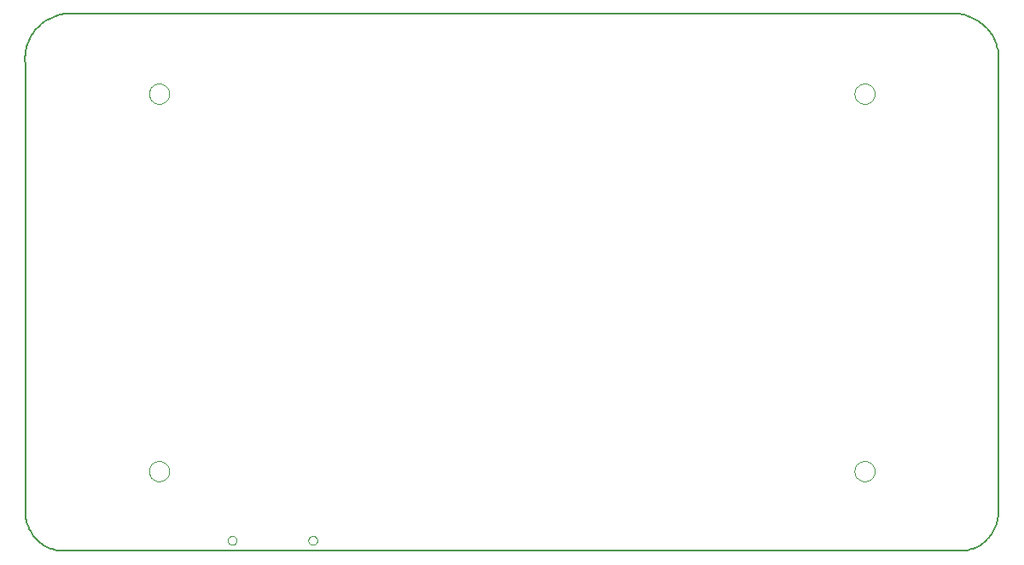
<source format=gbp>
G75*
%MOIN*%
%OFA0B0*%
%FSLAX24Y24*%
%IPPOS*%
%LPD*%
%AMOC8*
5,1,8,0,0,1.08239X$1,22.5*
%
%ADD10C,0.0050*%
%ADD11C,0.0000*%
D10*
X016260Y007643D02*
X016260Y025143D01*
X016250Y025224D01*
X016244Y025306D01*
X016242Y025387D01*
X016244Y025469D01*
X016249Y025550D01*
X016258Y025631D01*
X016271Y025712D01*
X016288Y025792D01*
X016308Y025871D01*
X016332Y025949D01*
X016359Y026026D01*
X016390Y026102D01*
X016425Y026176D01*
X016463Y026248D01*
X016504Y026319D01*
X016548Y026387D01*
X016596Y026454D01*
X016646Y026518D01*
X016700Y026580D01*
X016756Y026639D01*
X016815Y026696D01*
X016876Y026749D01*
X016940Y026800D01*
X017006Y026848D01*
X017074Y026893D01*
X017145Y026935D01*
X017217Y026973D01*
X017291Y027008D01*
X017366Y027039D01*
X017443Y027067D01*
X017521Y027092D01*
X017600Y027113D01*
X017679Y027130D01*
X017760Y027143D01*
X052760Y027143D01*
X052841Y027130D01*
X052920Y027113D01*
X052999Y027092D01*
X053077Y027067D01*
X053154Y027039D01*
X053229Y027008D01*
X053303Y026973D01*
X053375Y026935D01*
X053446Y026893D01*
X053514Y026848D01*
X053580Y026800D01*
X053644Y026749D01*
X053705Y026696D01*
X053764Y026639D01*
X053820Y026580D01*
X053874Y026518D01*
X053924Y026454D01*
X053972Y026387D01*
X054016Y026319D01*
X054057Y026248D01*
X054095Y026176D01*
X054130Y026102D01*
X054161Y026026D01*
X054188Y025949D01*
X054212Y025871D01*
X054232Y025792D01*
X054249Y025712D01*
X054262Y025631D01*
X054271Y025550D01*
X054276Y025469D01*
X054278Y025387D01*
X054276Y025306D01*
X054270Y025224D01*
X054260Y025143D01*
X054260Y007643D01*
X054258Y007567D01*
X054252Y007491D01*
X054243Y007416D01*
X054229Y007341D01*
X054212Y007267D01*
X054191Y007194D01*
X054167Y007122D01*
X054138Y007051D01*
X054107Y006982D01*
X054072Y006915D01*
X054033Y006850D01*
X053991Y006786D01*
X053946Y006725D01*
X053898Y006666D01*
X053847Y006610D01*
X053793Y006556D01*
X053737Y006505D01*
X053678Y006457D01*
X053617Y006412D01*
X053553Y006370D01*
X053488Y006331D01*
X053421Y006296D01*
X053352Y006265D01*
X053281Y006236D01*
X053209Y006212D01*
X053136Y006191D01*
X053062Y006174D01*
X052987Y006160D01*
X052912Y006151D01*
X052836Y006145D01*
X052760Y006143D01*
X017760Y006143D01*
X017684Y006145D01*
X017608Y006151D01*
X017533Y006160D01*
X017458Y006174D01*
X017384Y006191D01*
X017311Y006212D01*
X017239Y006236D01*
X017168Y006265D01*
X017099Y006296D01*
X017032Y006331D01*
X016967Y006370D01*
X016903Y006412D01*
X016842Y006457D01*
X016783Y006505D01*
X016727Y006556D01*
X016673Y006610D01*
X016622Y006666D01*
X016574Y006725D01*
X016529Y006786D01*
X016487Y006850D01*
X016448Y006915D01*
X016413Y006982D01*
X016382Y007051D01*
X016353Y007122D01*
X016329Y007194D01*
X016308Y007267D01*
X016291Y007341D01*
X016277Y007416D01*
X016268Y007491D01*
X016262Y007567D01*
X016260Y007643D01*
D11*
X021086Y009261D02*
X021088Y009300D01*
X021094Y009339D01*
X021104Y009377D01*
X021117Y009414D01*
X021134Y009449D01*
X021154Y009483D01*
X021178Y009514D01*
X021205Y009543D01*
X021234Y009569D01*
X021266Y009592D01*
X021300Y009612D01*
X021336Y009628D01*
X021373Y009640D01*
X021412Y009649D01*
X021451Y009654D01*
X021490Y009655D01*
X021529Y009652D01*
X021568Y009645D01*
X021605Y009634D01*
X021642Y009620D01*
X021677Y009602D01*
X021710Y009581D01*
X021741Y009556D01*
X021769Y009529D01*
X021794Y009499D01*
X021816Y009466D01*
X021835Y009432D01*
X021850Y009396D01*
X021862Y009358D01*
X021870Y009320D01*
X021874Y009281D01*
X021874Y009241D01*
X021870Y009202D01*
X021862Y009164D01*
X021850Y009126D01*
X021835Y009090D01*
X021816Y009056D01*
X021794Y009023D01*
X021769Y008993D01*
X021741Y008966D01*
X021710Y008941D01*
X021677Y008920D01*
X021642Y008902D01*
X021605Y008888D01*
X021568Y008877D01*
X021529Y008870D01*
X021490Y008867D01*
X021451Y008868D01*
X021412Y008873D01*
X021373Y008882D01*
X021336Y008894D01*
X021300Y008910D01*
X021266Y008930D01*
X021234Y008953D01*
X021205Y008979D01*
X021178Y009008D01*
X021154Y009039D01*
X021134Y009073D01*
X021117Y009108D01*
X021104Y009145D01*
X021094Y009183D01*
X021088Y009222D01*
X021086Y009261D01*
X024161Y006552D02*
X024163Y006578D01*
X024169Y006604D01*
X024178Y006628D01*
X024191Y006651D01*
X024208Y006671D01*
X024227Y006689D01*
X024249Y006704D01*
X024272Y006715D01*
X024297Y006723D01*
X024323Y006727D01*
X024349Y006727D01*
X024375Y006723D01*
X024400Y006715D01*
X024424Y006704D01*
X024445Y006689D01*
X024464Y006671D01*
X024481Y006651D01*
X024494Y006628D01*
X024503Y006604D01*
X024509Y006578D01*
X024511Y006552D01*
X024509Y006526D01*
X024503Y006500D01*
X024494Y006476D01*
X024481Y006453D01*
X024464Y006433D01*
X024445Y006415D01*
X024423Y006400D01*
X024400Y006389D01*
X024375Y006381D01*
X024349Y006377D01*
X024323Y006377D01*
X024297Y006381D01*
X024272Y006389D01*
X024248Y006400D01*
X024227Y006415D01*
X024208Y006433D01*
X024191Y006453D01*
X024178Y006476D01*
X024169Y006500D01*
X024163Y006526D01*
X024161Y006552D01*
X027310Y006552D02*
X027312Y006578D01*
X027318Y006604D01*
X027327Y006628D01*
X027340Y006651D01*
X027357Y006671D01*
X027376Y006689D01*
X027398Y006704D01*
X027421Y006715D01*
X027446Y006723D01*
X027472Y006727D01*
X027498Y006727D01*
X027524Y006723D01*
X027549Y006715D01*
X027573Y006704D01*
X027594Y006689D01*
X027613Y006671D01*
X027630Y006651D01*
X027643Y006628D01*
X027652Y006604D01*
X027658Y006578D01*
X027660Y006552D01*
X027658Y006526D01*
X027652Y006500D01*
X027643Y006476D01*
X027630Y006453D01*
X027613Y006433D01*
X027594Y006415D01*
X027572Y006400D01*
X027549Y006389D01*
X027524Y006381D01*
X027498Y006377D01*
X027472Y006377D01*
X027446Y006381D01*
X027421Y006389D01*
X027397Y006400D01*
X027376Y006415D01*
X027357Y006433D01*
X027340Y006453D01*
X027327Y006476D01*
X027318Y006500D01*
X027312Y006526D01*
X027310Y006552D01*
X048645Y009261D02*
X048647Y009300D01*
X048653Y009339D01*
X048663Y009377D01*
X048676Y009414D01*
X048693Y009449D01*
X048713Y009483D01*
X048737Y009514D01*
X048764Y009543D01*
X048793Y009569D01*
X048825Y009592D01*
X048859Y009612D01*
X048895Y009628D01*
X048932Y009640D01*
X048971Y009649D01*
X049010Y009654D01*
X049049Y009655D01*
X049088Y009652D01*
X049127Y009645D01*
X049164Y009634D01*
X049201Y009620D01*
X049236Y009602D01*
X049269Y009581D01*
X049300Y009556D01*
X049328Y009529D01*
X049353Y009499D01*
X049375Y009466D01*
X049394Y009432D01*
X049409Y009396D01*
X049421Y009358D01*
X049429Y009320D01*
X049433Y009281D01*
X049433Y009241D01*
X049429Y009202D01*
X049421Y009164D01*
X049409Y009126D01*
X049394Y009090D01*
X049375Y009056D01*
X049353Y009023D01*
X049328Y008993D01*
X049300Y008966D01*
X049269Y008941D01*
X049236Y008920D01*
X049201Y008902D01*
X049164Y008888D01*
X049127Y008877D01*
X049088Y008870D01*
X049049Y008867D01*
X049010Y008868D01*
X048971Y008873D01*
X048932Y008882D01*
X048895Y008894D01*
X048859Y008910D01*
X048825Y008930D01*
X048793Y008953D01*
X048764Y008979D01*
X048737Y009008D01*
X048713Y009039D01*
X048693Y009073D01*
X048676Y009108D01*
X048663Y009145D01*
X048653Y009183D01*
X048647Y009222D01*
X048645Y009261D01*
X048645Y024025D02*
X048647Y024064D01*
X048653Y024103D01*
X048663Y024141D01*
X048676Y024178D01*
X048693Y024213D01*
X048713Y024247D01*
X048737Y024278D01*
X048764Y024307D01*
X048793Y024333D01*
X048825Y024356D01*
X048859Y024376D01*
X048895Y024392D01*
X048932Y024404D01*
X048971Y024413D01*
X049010Y024418D01*
X049049Y024419D01*
X049088Y024416D01*
X049127Y024409D01*
X049164Y024398D01*
X049201Y024384D01*
X049236Y024366D01*
X049269Y024345D01*
X049300Y024320D01*
X049328Y024293D01*
X049353Y024263D01*
X049375Y024230D01*
X049394Y024196D01*
X049409Y024160D01*
X049421Y024122D01*
X049429Y024084D01*
X049433Y024045D01*
X049433Y024005D01*
X049429Y023966D01*
X049421Y023928D01*
X049409Y023890D01*
X049394Y023854D01*
X049375Y023820D01*
X049353Y023787D01*
X049328Y023757D01*
X049300Y023730D01*
X049269Y023705D01*
X049236Y023684D01*
X049201Y023666D01*
X049164Y023652D01*
X049127Y023641D01*
X049088Y023634D01*
X049049Y023631D01*
X049010Y023632D01*
X048971Y023637D01*
X048932Y023646D01*
X048895Y023658D01*
X048859Y023674D01*
X048825Y023694D01*
X048793Y023717D01*
X048764Y023743D01*
X048737Y023772D01*
X048713Y023803D01*
X048693Y023837D01*
X048676Y023872D01*
X048663Y023909D01*
X048653Y023947D01*
X048647Y023986D01*
X048645Y024025D01*
X021086Y024025D02*
X021088Y024064D01*
X021094Y024103D01*
X021104Y024141D01*
X021117Y024178D01*
X021134Y024213D01*
X021154Y024247D01*
X021178Y024278D01*
X021205Y024307D01*
X021234Y024333D01*
X021266Y024356D01*
X021300Y024376D01*
X021336Y024392D01*
X021373Y024404D01*
X021412Y024413D01*
X021451Y024418D01*
X021490Y024419D01*
X021529Y024416D01*
X021568Y024409D01*
X021605Y024398D01*
X021642Y024384D01*
X021677Y024366D01*
X021710Y024345D01*
X021741Y024320D01*
X021769Y024293D01*
X021794Y024263D01*
X021816Y024230D01*
X021835Y024196D01*
X021850Y024160D01*
X021862Y024122D01*
X021870Y024084D01*
X021874Y024045D01*
X021874Y024005D01*
X021870Y023966D01*
X021862Y023928D01*
X021850Y023890D01*
X021835Y023854D01*
X021816Y023820D01*
X021794Y023787D01*
X021769Y023757D01*
X021741Y023730D01*
X021710Y023705D01*
X021677Y023684D01*
X021642Y023666D01*
X021605Y023652D01*
X021568Y023641D01*
X021529Y023634D01*
X021490Y023631D01*
X021451Y023632D01*
X021412Y023637D01*
X021373Y023646D01*
X021336Y023658D01*
X021300Y023674D01*
X021266Y023694D01*
X021234Y023717D01*
X021205Y023743D01*
X021178Y023772D01*
X021154Y023803D01*
X021134Y023837D01*
X021117Y023872D01*
X021104Y023909D01*
X021094Y023947D01*
X021088Y023986D01*
X021086Y024025D01*
M02*

</source>
